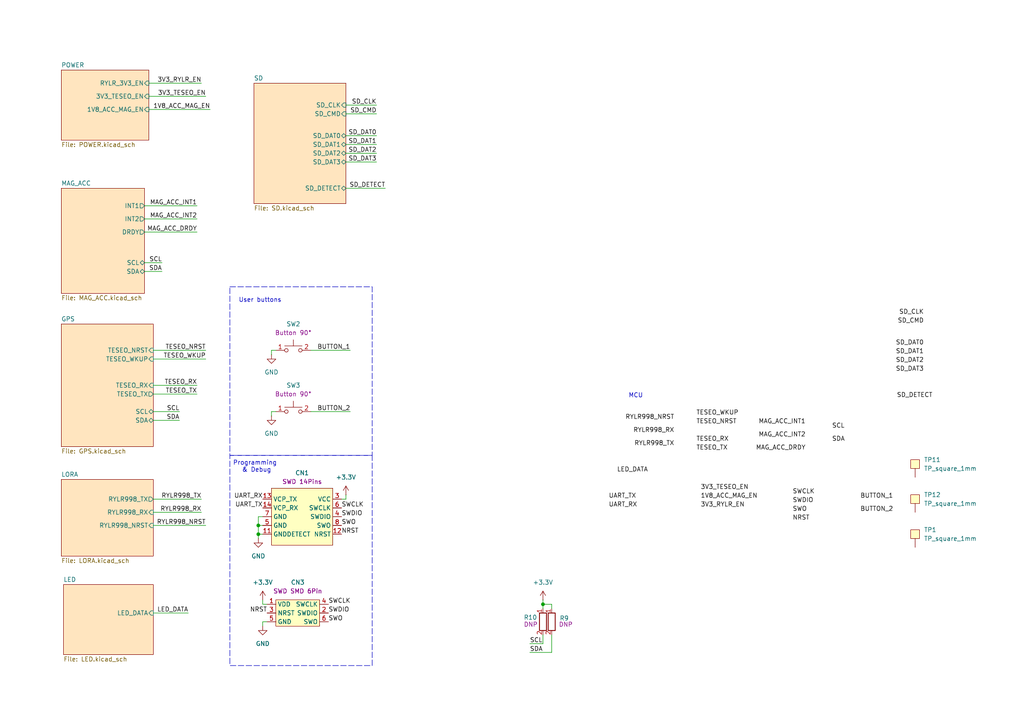
<source format=kicad_sch>
(kicad_sch (version 20231120) (generator "eeschema") (generator_version "8.0")
  (paper "A4")
  (lib_symbols
    (symbol "001-Resistors:R_DNP_0402"
      (property "Reference" "R" (at 2.032 1.27 0))
      (property "Value Disp" "DNP" (at 3.81 -1.016 0))
      (symbol "R_DNP_0402_0_1"
        (rectangle (start -1.016 2.54) (end 1.016 -2.54) (stroke (width 0.254)))
      )
      (symbol "R_DNP_0402_1_1"
        (pin passive line (at 0 3.81 270) (length 1.27) (name "~") (number "1"))
        (pin passive line (at 0 -3.81 90) (length 1.27) (name "~") (number "2"))
      )
    )
    (symbol "009-Connectors:EVQ-P7A01P"
      (property "Reference" "SW" (at 0 6.096 0))
      (property "Value Disp" "Button 90°" (at 0.254 4.572 0))
      (symbol "EVQ-P7A01P_0_1"
        (circle (center -2.032 0) (radius 0.508))
        (polyline (pts (xy 0 1.27) (xy 0 3.048)))
        (polyline (pts (xy 2.54 1.27) (xy -2.54 1.27)))
        (circle (center 2.032 0) (radius 0.508))
      )
      (symbol "EVQ-P7A01P_1_1"
        (pin passive line (at -5.08 0 0) (length 2.54) (name "") (number "1"))
        (pin passive line (at 5.08 0 180) (length 2.54) (name "") (number "2"))
      )
    )
    (symbol "009-Connectors:Programming_SWD_14POS"
      (property "Reference" "CN" (at 17.526 36.322 0))
      (property "Value Disp" "SWD 14Pins" (at 12.446 38.354 0))
      (symbol "Programming_SWD_14POS_1_1"
        (rectangle (start -8.89 8.255) (end 8.89 -8.255) (fill (type background)))
        (pin power_in line (at -11.43 -5.08 0) (length 2.54) (name "GNDDETECT") (number "11"))
        (pin output line (at 11.43 -5.08 180) (length 2.54) (name "NRST") (number "12"))
        (pin output line (at -11.43 5.08 0) (length 2.54) (name "VCP_TX") (number "13"))
        (pin output line (at -11.43 2.54 0) (length 2.54) (name "VCP_RX") (number "14"))
        (pin power_in line (at 11.43 5.08 180) (length 2.54) (name "VCC") (number "3"))
        (pin bidirectional line (at 11.43 0 180) (length 2.54) (name "SWDIO") (number "4"))
        (pin power_in line (at -11.43 -2.54 0) (length 2.54) (name "GND") (number "5"))
        (pin output line (at 11.43 2.54 180) (length 2.54) (name "SWCLK") (number "6"))
        (pin power_in line (at -11.43 0 0) (length 2.54) (name "GND") (number "7"))
        (pin input line (at 11.43 -2.54 180) (length 2.54) (name "SWO") (number "8"))
      )
    )
    (symbol "009-Connectors:Programming_SWD_SMD_6Pin"
      (property "Reference" "CN" (at 0 7.874 0))
      (property "Value Disp" "SWD SMD 6Pin" (at 0.254 5.842 0))
      (symbol "Programming_SWD_SMD_6Pin_1_1"
        (rectangle (start -6.35 3.81) (end 6.35 -3.81) (fill (type background)))
        (pin power_out line (at -8.89 2.54 0) (length 2.54) (name "VDD") (number "1"))
        (pin bidirectional line (at 8.89 0 180) (length 2.54) (name "SWDIO") (number "2"))
        (pin output line (at -8.89 0 0) (length 2.54) (name "NRST") (number "3"))
        (pin output line (at 8.89 2.54 180) (length 2.54) (name "SWCLK") (number "4"))
        (pin power_in line (at -8.89 -2.54 0) (length 2.54) (name "GND") (number "5"))
        (pin bidirectional line (at 8.89 -2.54 180) (length 2.54) (name "SWO") (number "6"))
      )
    )
    (symbol "011-Misc:Testpoint_square_1mm" (in_bom no)
      (property "Reference" "TP" (at 0 2.286 0))
      (property "Value" "TP_square_1mm" (at 0.254 -2.286 0))
      (symbol "Testpoint_square_1mm_1_1"
        (rectangle (start -1.27 1.27) (end 1.27 -1.27) (fill (type background)))
        (pin unspecified line (at -3.81 0 0) (length 2.54) (name "") (number ""))
      )
    )
    (symbol "power:+3.3V" (power) (pin_numbers hide) (pin_names (offset 0) hide)
      (property "Value" "+3.3V" (at 0 3.556 0))
      (symbol "+3.3V_0_1"
        (polyline (pts (xy -0.762 1.27) (xy 0 2.54)))
        (polyline (pts (xy 0 0) (xy 0 2.54)))
        (polyline (pts (xy 0 2.54) (xy 0.762 1.27)))
      )
      (symbol "+3.3V_1_1"
        (pin power_in line (at 0 0 90) (length 0) (name "~") (number "1"))
      )
    )
    (symbol "power:GND" (power) (pin_numbers hide) (pin_names (offset 0) hide)
      (property "Value" "GND" (at 0 -3.81 0))
      (symbol "GND_0_1"
        (polyline (pts (xy 0 0) (xy 0 -1.27) (xy 1.27 -1.27) (xy 0 -2.54) (xy -1.27 -1.27) (xy 0 -1.27)))
      )
      (symbol "GND_1_1"
        (pin power_in line (at 0 0 270) (length 0) (name "~") (number "1"))
      )
    )
  )
  (junction (at 157.48 175.26))
  (junction (at 74.93 152.4))
  (junction (at 74.93 154.94))
  (wire (pts (xy 76.2 175.26) (xy 77.47 175.26)))
  (wire (pts (xy 44.45 144.78) (xy 58.42 144.78)))
  (wire (pts (xy 157.48 184.15) (xy 157.48 186.69)))
  (wire (pts (xy 78.74 119.38) (xy 78.74 120.65)))
  (wire (pts (xy 44.45 152.4) (xy 59.69 152.4)))
  (wire (pts (xy 157.48 175.26) (xy 160.02 175.26)))
  (wire (pts (xy 157.48 175.26) (xy 157.48 176.53)))
  (wire (pts (xy 100.33 54.61) (xy 111.76 54.61)))
  (wire (pts (xy 41.91 63.5) (xy 57.15 63.5)))
  (wire (pts (xy 76.2 149.86) (xy 74.93 149.86)))
  (wire (pts (xy 153.67 189.23) (xy 160.02 189.23)))
  (wire (pts (xy 44.45 111.76) (xy 57.15 111.76)))
  (wire (pts (xy 44.45 148.59) (xy 58.42 148.59)))
  (wire (pts (xy 41.91 67.31) (xy 57.15 67.31)))
  (wire (pts (xy 41.91 76.2) (xy 46.99 76.2)))
  (wire (pts (xy 100.33 144.78) (xy 100.33 143.51)))
  (wire (pts (xy 44.45 101.6) (xy 59.69 101.6)))
  (wire (pts (xy 100.33 46.99) (xy 109.22 46.99)))
  (wire (pts (xy 41.91 78.74) (xy 46.99 78.74)))
  (wire (pts (xy 157.48 173.99) (xy 157.48 175.26)))
  (wire (pts (xy 90.17 101.6) (xy 101.6 101.6)))
  (wire (pts (xy 76.2 154.94) (xy 74.93 154.94)))
  (wire (pts (xy 74.93 149.86) (xy 74.93 152.4)))
  (wire (pts (xy 74.93 152.4) (xy 74.93 154.94)))
  (wire (pts (xy 100.33 44.45) (xy 109.22 44.45)))
  (wire (pts (xy 100.33 33.02) (xy 109.22 33.02)))
  (wire (pts (xy 78.74 101.6) (xy 78.74 102.87)))
  (wire (pts (xy 74.93 152.4) (xy 76.2 152.4)))
  (wire (pts (xy 44.45 104.14) (xy 59.69 104.14)))
  (wire (pts (xy 41.91 59.69) (xy 57.15 59.69)))
  (wire (pts (xy 99.06 144.78) (xy 100.33 144.78)))
  (wire (pts (xy 43.18 31.75) (xy 60.96 31.75)))
  (wire (pts (xy 76.2 180.34) (xy 77.47 180.34)))
  (wire (pts (xy 160.02 176.53) (xy 160.02 175.26)))
  (wire (pts (xy 74.93 154.94) (xy 74.93 156.21)))
  (wire (pts (xy 80.01 101.6) (xy 78.74 101.6)))
  (wire (pts (xy 100.33 41.91) (xy 109.22 41.91)))
  (wire (pts (xy 44.45 114.3) (xy 57.15 114.3)))
  (wire (pts (xy 76.2 181.61) (xy 76.2 180.34)))
  (wire (pts (xy 153.67 186.69) (xy 157.48 186.69)))
  (wire (pts (xy 90.17 119.38) (xy 101.6 119.38)))
  (wire (pts (xy 76.2 173.99) (xy 76.2 175.26)))
  (wire (pts (xy 43.18 27.94) (xy 59.69 27.94)))
  (wire (pts (xy 44.45 177.8) (xy 54.61 177.8)))
  (wire (pts (xy 100.33 30.48) (xy 109.22 30.48)))
  (wire (pts (xy 44.45 121.92) (xy 52.07 121.92)))
  (wire (pts (xy 44.45 119.38) (xy 52.07 119.38)))
  (wire (pts (xy 100.33 39.37) (xy 109.22 39.37)))
  (wire (pts (xy 80.01 119.38) (xy 78.74 119.38)))
  (wire (pts (xy 160.02 184.15) (xy 160.02 189.23)))
  (wire (pts (xy 43.18 24.13) (xy 58.42 24.13)))
  (rectangle (start 66.675 83.185) (end 107.95 132.08) (stroke (width 0) (type dash)))
  (rectangle (start 66.675 132.08) (end 107.95 193.04) (stroke (width 0) (type dash)))
  (text "Programming \n& Debug" (at 74.422 135.382 0) (effects (font (size 1.27 1.27))))
  (text "MCU" (at 184.404 114.808 0) (effects (font (size 1.27 1.27))))
  (text "User buttons" (at 75.438 87.122 0) (effects (font (size 1.27 1.27))))
  (label "1V8_ACC_MAG_EN" (at 203.2 144.78 0))
  (label "SWCLK" (at 99.06 147.32 0))
  (label "SD_DETECT" (at 270.51 115.57 180))
  (label "SWO" (at 229.87 148.59 0))
  (label "TESEO_TX" (at 201.93 130.81 0))
  (label "SCL" (at 46.99 76.2 180))
  (label "SD_CLK" (at 267.97 91.44 180))
  (label "SWCLK" (at 229.87 143.51 0))
  (label "SD_CMD" (at 267.97 93.98 180))
  (label "SDA" (at 153.67 189.23 0))
  (label "UART_TX" (at 176.53 144.78 0))
  (label "TESEO_TX" (at 57.15 114.3 180))
  (label "RYLR998_NRST" (at 59.69 152.4 180))
  (label "MAG_ACC_INT2" (at 57.15 63.5 180))
  (label "SD_DAT3" (at 267.97 107.95 180))
  (label "TESEO_RX" (at 201.93 128.27 0))
  (label "BUTTON_1" (at 101.6 101.6 180))
  (label "SD_DETECT" (at 111.76 54.61 180))
  (label "MAG_ACC_DRDY" (at 57.15 67.31 180))
  (label "TESEO_NRST" (at 201.93 123.19 0))
  (label "SCL" (at 241.3 124.46 0))
  (label "SD_DAT2" (at 267.97 105.41 180))
  (label "SDA" (at 46.99 78.74 180))
  (label "SD_DAT2" (at 109.22 44.45 180))
  (label "MAG_ACC_INT2" (at 233.68 127 180))
  (label "MAG_ACC_INT1" (at 233.68 123.19 180))
  (label "3V3_TESEO_EN" (at 203.2 142.24 0))
  (label "NRST" (at 99.06 154.94 0))
  (label "BUTTON_2" (at 101.6 119.38 180))
  (label "RYLR998_TX" (at 58.42 144.78 180))
  (label "SWO" (at 99.06 152.4 0))
  (label "RYLR998_TX" (at 195.58 129.54 180))
  (label "SD_DAT3" (at 109.22 46.99 180))
  (label "TESEO_NRST" (at 59.69 101.6 180))
  (label "SWDIO" (at 229.87 146.05 0))
  (label "BUTTON_1" (at 259.08 144.78 180))
  (label "TESEO_RX" (at 57.15 111.76 180))
  (label "UART_RX" (at 76.2 144.78 180))
  (label "RYLR998_RX" (at 195.58 125.73 180))
  (label "UART_TX" (at 76.2 147.32 180))
  (label "MAG_ACC_INT1" (at 57.15 59.69 180))
  (label "3V3_RYLR_EN" (at 203.2 147.32 0))
  (label "LED_DATA" (at 187.96 137.16 180))
  (label "3V3_TESEO_EN" (at 59.69 27.94 180))
  (label "SWCLK" (at 95.25 175.26 0))
  (label "SD_DAT1" (at 267.97 102.87 180))
  (label "RYLR998_NRST" (at 195.58 121.92 180))
  (label "SCL" (at 153.67 186.69 0))
  (label "SD_DAT0" (at 267.97 100.33 180))
  (label "SWDIO" (at 95.25 177.8 0))
  (label "3V3_RYLR_EN" (at 58.42 24.13 180))
  (label "BUTTON_2" (at 259.08 148.59 180))
  (label "SDA" (at 241.3 128.27 0))
  (label "NRST" (at 77.47 177.8 180))
  (label "SD_CMD" (at 109.22 33.02 180))
  (label "UART_RX" (at 176.53 147.32 0))
  (label "SWDIO" (at 99.06 149.86 0))
  (label "TESEO_WKUP" (at 59.69 104.14 180))
  (label "SD_CLK" (at 109.22 30.48 180))
  (label "NRST" (at 229.87 151.13 0))
  (label "SCL" (at 52.07 119.38 180))
  (label "SD_DAT0" (at 109.22 39.37 180))
  (label "SDA" (at 52.07 121.92 180))
  (label "MAG_ACC_DRDY" (at 233.68 130.81 180))
  (label "SD_DAT1" (at 109.22 41.91 180))
  (label "1V8_ACC_MAG_EN" (at 60.96 31.75 180))
  (label "SWO" (at 95.25 180.34 0))
  (label "RYLR998_RX" (at 58.42 148.59 180))
  (label "TESEO_WKUP" (at 201.93 120.65 0))
  (label "LED_DATA" (at 54.61 177.8 180))
  (symbol (lib_id "009-Connectors:EVQ-P7A01P") (at 85.09 119.38 0) (unit 1)
    (property "Reference" "SW3" (at 85.09 111.76 0))
    (property "Value" "EVQ-P7A01P" (effects (hide yes)))
    (property "Footprint" "009-Connectors:EVQ-P7A01P" (effects (hide yes)))
    (property "Datasheet" "https://api.pim.na.industrial.panasonic.com/file_stream/main/fileversion/245500" (effects (hide yes)))
    (property "Description" "Push button SMD right-angle" (effects (hide yes)))
    (property "Web link" "https://www.digikey.ch/en/products/detail/panasonic-electronic-components/EVQ-P7A01P/4429447" (effects (hide yes)))
    (property "Manufacturer" "Panasonic Electronic Components" (effects (hide yes)))
    (property "Manufacturer P/N" "EVQ-P7A01P" (effects (hide yes)))
    (property "Digikey P/N" "P16763CT-ND" (effects (hide yes)))
    (property "Price" "0.26" (effects (hide yes)))
    (property "Height" "1.35" (effects (hide yes)))
    (property "Temperature" "-20 to 70" (effects (hide yes)))
    (property "Value Disp" "Button 90°" (at 85.09 114.3 0))
  )
  (symbol (lib_id "power:GND") (at 76.2 181.61 0) (unit 1)
    (property "Reference" "#PWR059" (effects (hide yes)))
    (property "Value" "GND" (at 76.2 186.69 0))
    (property "Description" "Power symbol creates a global label with name \"GND\" , ground" (effects (hide yes)))
  )
  (symbol (lib_id "power:GND") (at 74.93 156.21 0) (unit 1)
    (property "Reference" "#PWR56" (effects (hide yes)))
    (property "Value" "GND" (at 74.93 161.29 0))
    (property "Description" "Power symbol creates a global label with name \"GND\" , ground" (effects (hide yes)))
  )
  (symbol (lib_id "009-Connectors:Programming_SWD_SMD_6Pin") (at 86.36 177.8 0) (unit 1)
    (property "Reference" "CN3" (at 86.36 168.91 0))
    (property "Value" "TC2030-IDC" (effects (hide yes)))
    (property "Footprint" "009-Connectors:Debug_pads_6pin" (effects (hide yes)))
    (property "Datasheet" "https://www.tag-connect.com/wp-content/uploads/bsk-pdf-manager/2019/12/TC2030-IDC-Datasheet-Rev-B.pdf" (effects (hide yes)))
    (property "Description" "Debug connector 6pin for spring probe" (effects (hide yes)))
    (property "Web link" "https://www.tag-connect.com/product/tc2030-nl-fp-footprint" (effects (hide yes)))
    (property "Manufacturer" "-" (effects (hide yes)))
    (property "Manufacturer P/N" "-" (effects (hide yes)))
    (property "Digikey P/N" "-" (effects (hide yes)))
    (property "Price" "-" (effects (hide yes)))
    (property "Height" "-" (effects (hide yes)))
    (property "Temperature" "-" (effects (hide yes)))
    (property "Value Disp" "SWD SMD 6Pin" (at 86.36 171.45 0))
  )
  (symbol (lib_id "power:+3.3V") (at 100.33 143.51 0) (unit 1)
    (property "Reference" "#PWR57" (effects (hide yes)))
    (property "Value" "+3.3V" (at 100.33 138.43 0))
    (property "Description" "Power symbol creates a global label with name \"+3.3V\"" (effects (hide yes)))
  )
  (symbol (lib_id "power:GND") (at 78.74 120.65 0) (unit 1)
    (property "Reference" "#PWR36" (effects (hide yes)))
    (property "Value" "GND" (at 78.74 125.73 0))
    (property "Description" "Power symbol creates a global label with name \"GND\" , ground" (effects (hide yes)))
  )
  (symbol (lib_id "power:+3.3V") (at 76.2 173.99 0) (unit 1)
    (property "Reference" "#PWR058" (effects (hide yes)))
    (property "Value" "+3.3V" (at 76.2 168.91 0))
    (property "Description" "Power symbol creates a global label with name \"+3.3V\"" (effects (hide yes)))
  )
  (symbol (lib_id "001-Resistors:R_DNP_0402") (at 157.48 180.34 0) (unit 1)
    (property "Reference" "R10" (at 151.892 179.07 0) (effects (justify left)))
    (property "Value" "R_DNP_0402" (effects (hide yes)))
    (property "Footprint" "001-Resistors:R_0402_H0.4" (effects (hide yes)))
    (property "Description" "Resistor" (effects (hide yes)))
    (property "Value Disp" "DNP" (at 151.892 181.102 0) (effects (justify left)))
  )
  (symbol (lib_id "009-Connectors:EVQ-P7A01P") (at 85.09 101.6 0) (unit 1)
    (property "Reference" "SW2" (at 85.09 93.98 0))
    (property "Value" "EVQ-P7A01P" (effects (hide yes)))
    (property "Footprint" "009-Connectors:EVQ-P7A01P" (effects (hide yes)))
    (property "Datasheet" "https://api.pim.na.industrial.panasonic.com/file_stream/main/fileversion/245500" (effects (hide yes)))
    (property "Description" "Push button SMD right-angle" (effects (hide yes)))
    (property "Web link" "https://www.digikey.ch/en/products/detail/panasonic-electronic-components/EVQ-P7A01P/4429447" (effects (hide yes)))
    (property "Manufacturer" "Panasonic Electronic Components" (effects (hide yes)))
    (property "Manufacturer P/N" "EVQ-P7A01P" (effects (hide yes)))
    (property "Digikey P/N" "P16763CT-ND" (effects (hide yes)))
    (property "Price" "0.26" (effects (hide yes)))
    (property "Height" "1.35" (effects (hide yes)))
    (property "Temperature" "-20 to 70" (effects (hide yes)))
    (property "Value Disp" "Button 90°" (at 85.09 96.52 0))
  )
  (symbol (lib_id "power:GND") (at 78.74 102.87 0) (unit 1)
    (property "Reference" "#PWR6" (effects (hide yes)))
    (property "Value" "GND" (at 78.74 107.95 0))
    (property "Description" "Power symbol creates a global label with name \"GND\" , ground" (effects (hide yes)))
  )
  (symbol (lib_id "011-Misc:Testpoint_square_1mm") (at 265.43 154.94 90) (unit 1) (in_bom no)
    (property "Reference" "TP1" (at 267.97 153.6699 90) (effects (justify right)))
    (property "Value" "TP_square_1mm" (at 267.97 156.2099 90) (effects (justify right)))
    (property "Footprint" "011-Misc:Testpoint_square_1mm" (effects (hide yes)))
  )
  (symbol (lib_id "011-Misc:Testpoint_square_1mm") (at 265.43 144.78 90) (unit 1) (in_bom no)
    (property "Reference" "TP12" (at 267.97 143.5099 90) (effects (justify right)))
    (property "Value" "TP_square_1mm" (at 267.97 146.0499 90) (effects (justify right)))
    (property "Footprint" "011-Misc:Testpoint_square_1mm" (effects (hide yes)))
  )
  (symbol (lib_id "011-Misc:Testpoint_square_1mm") (at 265.43 134.62 90) (unit 1) (in_bom no)
    (property "Reference" "TP11" (at 267.97 133.3499 90) (effects (justify right)))
    (property "Value" "TP_square_1mm" (at 267.97 135.8899 90) (effects (justify right)))
    (property "Footprint" "011-Misc:Testpoint_square_1mm" (effects (hide yes)))
  )
  (symbol (lib_id "009-Connectors:Programming_SWD_14POS") (at 87.63 149.86 0) (unit 1)
    (property "Reference" "CN1" (at 87.63 137.16 0))
    (property "Value" "FTSH-107-01-L-DV-K-P-TR" (effects (hide yes)))
    (property "Footprint" "009-Connectors:FTSH-107-01-L-DV-K-P-TR" (effects (hide yes)))
    (property "Datasheet" "https://mm.digikey.com/Volume0/opasdata/d220001/medias/docus/6209/ftsh-1xx-xx-xxx-dv-xxx-xxx-x-xx-mkt.pdf" (effects (hide yes)))
    (property "Description" "Programming connector SWD vertical 14-pin" (effects (hide yes)))
    (property "Web link" "https://www.digikey.ch/en/products/detail/samtec-inc/FTSH-107-01-L-DV-K-P-TR/6693783?s=N4IgTCBcDaIGIBUDKAJAtARgAwHY1YzQBk0ARANTQGk0AFNBAJRAF0BfIA" (effects (hide yes)))
    (property "Manufacturer" "Samtec Inc." (effects (hide yes)))
    (property "Manufacturer P/N" "FTSH-107-01-L-DV-K-P-TR" (effects (hide yes)))
    (property "Digikey P/N" "SAM13946CT-ND" (effects (hide yes)))
    (property "Price" "2.72" (effects (hide yes)))
    (property "Height" "5.56" (effects (hide yes)))
    (property "Temperature" "-55 to 125" (effects (hide yes)))
    (property "Value Disp" "SWD 14Pins" (at 87.63 139.7 0))
  )
  (symbol (lib_id "power:+3.3V") (at 157.48 173.99 0) (unit 1)
    (property "Reference" "#PWR21" (effects (hide yes)))
    (property "Value" "+3.3V" (at 157.48 168.91 0))
    (property "Description" "Power symbol creates a global label with name \"+3.3V\"" (effects (hide yes)))
  )
  (symbol (lib_id "001-Resistors:R_DNP_0402") (at 160.02 180.34 0) (unit 1)
    (property "Reference" "R9" (at 162.306 179.324 0) (effects (justify left)))
    (property "Value" "R_DNP_0402" (effects (hide yes)))
    (property "Footprint" "001-Resistors:R_0402_H0.4" (effects (hide yes)))
    (property "Description" "Resistor" (effects (hide yes)))
    (property "Value Disp" "DNP" (at 162.052 181.102 0) (effects (justify left)))
  )
  (sheet (at 18.415 169.545) (size 26.035 20.32) (stroke (width 0.1524)) (fill (color 255 229 191 1.0000))
    (property "Sheetname" "LED" (at 18.415 168.8334 0) (effects (justify left bottom)))
    (property "Sheetfile" "LED.kicad_sch" (at 18.415 190.4496 0) (effects (justify left top)))
    (pin "LED_DATA" input (at 44.45 177.8 0))
  )
  (sheet (at 17.78 54.61) (size 24.13 30.48) (stroke (width 0.1524)) (fill (color 255 229 191 1.0000))
    (property "Sheetname" "MAG_ACC" (at 17.78 53.8984 0) (effects (justify left bottom)))
    (property "Sheetfile" "MAG_ACC.kicad_sch" (at 17.78 85.6746 0) (effects (justify left top)))
    (pin "INT1" output (at 41.91 59.69 0))
    (pin "INT2" output (at 41.91 63.5 0))
    (pin "DRDY" output (at 41.91 67.31 0))
    (pin "SCL" bidirectional (at 41.91 76.2 0))
    (pin "SDA" bidirectional (at 41.91 78.74 0))
  )
  (sheet (at 73.66 24.13) (size 26.67 34.925) (stroke (width 0.1524)) (fill (color 255 229 191 1.0000))
    (property "Sheetname" "SD" (at 73.66 23.4184 0) (effects (justify left bottom)))
    (property "Sheetfile" "SD.kicad_sch" (at 73.66 59.6396 0) (effects (justify left top)))
    (pin "SD_DETECT" bidirectional (at 100.33 54.61 0))
    (pin "SD_CMD" input (at 100.33 33.02 0))
    (pin "SD_CLK" input (at 100.33 30.48 0))
    (pin "SD_DAT1" bidirectional (at 100.33 41.91 0))
    (pin "SD_DAT3" bidirectional (at 100.33 46.99 0))
    (pin "SD_DAT2" bidirectional (at 100.33 44.45 0))
    (pin "SD_DAT0" bidirectional (at 100.33 39.37 0))
  )
  (sheet (at 17.78 20.32) (size 25.4 20.32) (stroke (width 0.1524)) (fill (color 255 229 191 1.0000))
    (property "Sheetname" "POWER" (at 17.78 19.6084 0) (effects (justify left bottom)))
    (property "Sheetfile" "POWER.kicad_sch" (at 17.78 41.2246 0) (effects (justify left top)))
    (pin "RYLR_3V3_EN" input (at 43.18 24.13 0))
    (pin "3V3_TESEO_EN" input (at 43.18 27.94 0))
    (pin "1V8_ACC_MAG_EN" input (at 43.18 31.75 0))
  )
  (sheet (at 17.78 93.98) (size 26.67 35.56) (stroke (width 0.1524)) (fill (color 255 229 191 1.0000))
    (property "Sheetname" "GPS" (at 17.78 93.2684 0) (effects (justify left bottom)))
    (property "Sheetfile" "GPS.kicad_sch" (at 17.78 130.1246 0) (effects (justify left top)))
    (pin "TESEO_NRST" input (at 44.45 101.6 0))
    (pin "TESEO_WKUP" input (at 44.45 104.14 0))
    (pin "TESEO_RX" input (at 44.45 111.76 0))
    (pin "TESEO_TX" output (at 44.45 114.3 0))
    (pin "SCL" bidirectional (at 44.45 119.38 0))
    (pin "SDA" bidirectional (at 44.45 121.92 0))
  )
  (sheet (at 17.78 139.065) (size 26.67 22.225) (stroke (width 0.1524)) (fill (color 255 229 191 1.0000))
    (property "Sheetname" "LORA" (at 17.78 138.3534 0) (effects (justify left bottom)))
    (property "Sheetfile" "LORA.kicad_sch" (at 17.78 161.8746 0) (effects (justify left top)))
    (pin "RYLR998_NRST" input (at 44.45 152.4 0))
    (pin "RYLR998_RX" input (at 44.45 148.59 0))
    (pin "RYLR998_TX" output (at 44.45 144.78 0))
  )
)
</source>
